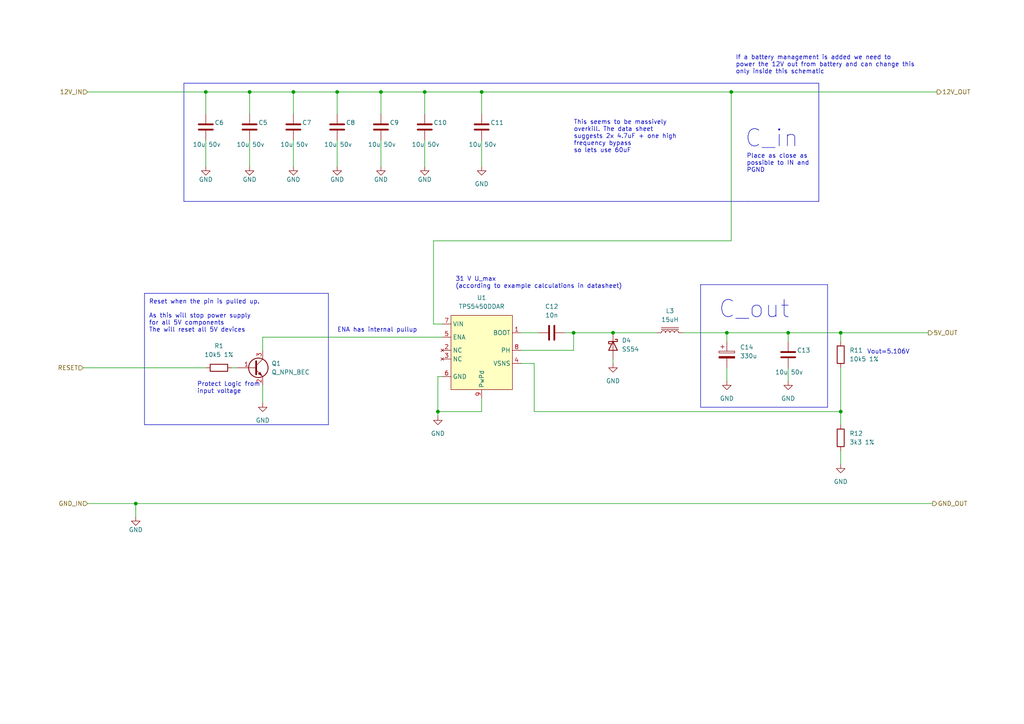
<source format=kicad_sch>
(kicad_sch (version 20230121) (generator eeschema)
  (paper "A4")
  (title_block (title "Power Supply DC DC converter (future battery controller)") (date "2022-01-08") (rev "v1"))
  (lib_symbols
    (symbol "Device:C" (pin_numbers hide) (pin_names (offset 0.254))
      (property "Reference" "C" (at 0.635 2.54 0))
      (property "Value" "C" (at 0.635 -2.54 0))
      (symbol "C_0_1"
        (polyline (pts (xy -2.032 -0.762) (xy 2.032 -0.762)) (stroke (width 0.508)))
        (polyline (pts (xy -2.032 0.762) (xy 2.032 0.762)) (stroke (width 0.508)))
      )
      (symbol "C_1_1"
        (pin passive line (at 0 3.81 270) (length 2.794) (name "~") (number "1"))
        (pin passive line (at 0 -3.81 90) (length 2.794) (name "~") (number "2"))
      )
    )
    (symbol "Device:C_Polarized" (pin_numbers hide) (pin_names (offset 0.254))
      (property "Reference" "C" (at 0.635 2.54 0))
      (property "Value" "C_Polarized" (at 0.635 -2.54 0))
      (symbol "C_Polarized_0_1"
        (rectangle (start -2.286 0.508) (end 2.286 1.016))
        (polyline (pts (xy -1.778 2.286) (xy -0.762 2.286)))
        (polyline (pts (xy -1.27 2.794) (xy -1.27 1.778)))
        (rectangle (start 2.286 -0.508) (end -2.286 -1.016) (fill (type outline)))
      )
      (symbol "C_Polarized_1_1"
        (pin passive line (at 0 3.81 270) (length 2.794) (name "~") (number "1"))
        (pin passive line (at 0 -3.81 90) (length 2.794) (name "~") (number "2"))
      )
    )
    (symbol "Device:D_Schottky" (pin_numbers hide) (pin_names (offset 1.016) hide)
      (property "Reference" "D" (at 0 2.54 0))
      (property "Value" "D_Schottky" (at 0 -2.54 0))
      (symbol "D_Schottky_0_1"
        (polyline (pts (xy 1.27 0) (xy -1.27 0)))
        (polyline (pts (xy 1.27 1.27) (xy 1.27 -1.27) (xy -1.27 0) (xy 1.27 1.27)) (stroke (width 0.254)))
        (polyline (pts (xy -1.905 0.635) (xy -1.905 1.27) (xy -1.27 1.27) (xy -1.27 -1.27) (xy -0.635 -1.27) (xy -0.635 -0.635)) (stroke (width 0.254)))
      )
      (symbol "D_Schottky_1_1"
        (pin passive line (at -3.81 0 0) (length 2.54) (name "K") (number "1"))
        (pin passive line (at 3.81 0 180) (length 2.54) (name "A") (number "2"))
      )
    )
    (symbol "Device:L_Iron" (pin_numbers hide) (pin_names (offset 1.016) hide)
      (property "Reference" "L" (at -1.27 0 90))
      (property "Value" "L_Iron" (at 2.794 0 90))
      (symbol "L_Iron_0_1"
        (arc (start 0 -2.54) (mid 0.6323 -1.905) (end 0 -1.27))
        (arc (start 0 -1.27) (mid 0.6323 -0.635) (end 0 0))
        (polyline (pts (xy 1.016 2.54) (xy 1.016 -2.54)))
        (polyline (pts (xy 1.524 -2.54) (xy 1.524 2.54)))
        (arc (start 0 0) (mid 0.6323 0.635) (end 0 1.27))
        (arc (start 0 1.27) (mid 0.6323 1.905) (end 0 2.54))
      )
      (symbol "L_Iron_1_1"
        (pin passive line (at 0 3.81 270) (length 1.27) (name "1") (number "1"))
        (pin passive line (at 0 -3.81 90) (length 1.27) (name "2") (number "2"))
      )
    )
    (symbol "Device:Q_NPN_BEC" (pin_names (offset 0) hide)
      (property "Reference" "Q" (at 5.08 1.27 0))
      (property "Value" "Q_NPN_BEC" (at 5.08 -1.27 0))
      (symbol "Q_NPN_BEC_0_1"
        (polyline (pts (xy 0.635 0.635) (xy 2.54 2.54)))
        (polyline (pts (xy 0.635 -0.635) (xy 2.54 -2.54) (xy 2.54 -2.54)))
        (polyline (pts (xy 0.635 1.905) (xy 0.635 -1.905) (xy 0.635 -1.905)) (stroke (width 0.508)))
        (polyline (pts (xy 1.27 -1.778) (xy 1.778 -1.27) (xy 2.286 -2.286) (xy 1.27 -1.778) (xy 1.27 -1.778)) (fill (type outline)))
        (circle (center 1.27 0) (radius 2.8194) (stroke (width 0.254)))
      )
      (symbol "Q_NPN_BEC_1_1"
        (pin input line (at -5.08 0 0) (length 5.715) (name "B") (number "1"))
        (pin passive line (at 2.54 -5.08 90) (length 2.54) (name "E") (number "2"))
        (pin passive line (at 2.54 5.08 270) (length 2.54) (name "C") (number "3"))
      )
    )
    (symbol "Device:R" (pin_numbers hide) (pin_names (offset 0))
      (property "Reference" "R" (at 2.032 0 90))
      (property "Value" "R" (at 0 0 90))
      (symbol "R_0_1"
        (rectangle (start -1.016 -2.54) (end 1.016 2.54) (stroke (width 0.254)))
      )
      (symbol "R_1_1"
        (pin passive line (at 0 3.81 270) (length 1.27) (name "~") (number "1"))
        (pin passive line (at 0 -3.81 90) (length 1.27) (name "~") (number "2"))
      )
    )
    (symbol "TPS5450:TPS5450DDAR"
      (property "Reference" "U" (at 0 12.7 0))
      (property "Value" "TPS5450DDAR" (at 0 0 0))
      (symbol "TPS5450DDAR_0_1"
        (rectangle (start -8.89 -10.16) (end 8.89 11.43) (fill (type background)))
      )
      (symbol "TPS5450DDAR_1_1"
        (pin passive line (at 11.43 6.35 180) (length 2.54) (name "BOOT") (number "1"))
        (pin no_connect line (at -11.43 1.27 0) (length 2.54) (name "NC") (number "2"))
        (pin no_connect line (at -11.43 -1.27 0) (length 2.54) (name "NC") (number "3"))
        (pin input line (at 11.43 -2.54 180) (length 2.54) (name "VSNS") (number "4"))
        (pin input line (at -11.43 5.08 0) (length 2.54) (name "ENA") (number "5"))
        (pin power_in line (at -11.43 -6.35 0) (length 2.54) (name "GND") (number "6"))
        (pin power_in line (at -11.43 8.89 0) (length 2.54) (name "VIN") (number "7"))
        (pin power_out line (at 11.43 1.27 180) (length 2.54) (name "PH") (number "8"))
        (pin passive line (at 0 -12.7 90) (length 2.54) (name "PwPd") (number "9"))
      )
    )
    (symbol "power:GND" (power) (pin_names (offset 0))
      (property "Value" "GND" (at 0 -3.81 0))
      (symbol "GND_0_1"
        (polyline (pts (xy 0 0) (xy 0 -1.27) (xy 1.27 -1.27) (xy 0 -2.54) (xy -1.27 -1.27) (xy 0 -1.27)))
      )
      (symbol "GND_1_1"
        (pin power_in line (at 0 0 270) (length 0) hide (name "GND") (number "1"))
      )
    )
  )
  (junction (at 127 119.38))
  (junction (at 97.79 26.67))
  (junction (at 59.69 26.67))
  (junction (at 139.7 26.67))
  (junction (at 166.37 96.52))
  (junction (at 85.09 26.67))
  (junction (at 210.82 96.52))
  (junction (at 39.37 146.05))
  (junction (at 212.09 26.67))
  (junction (at 72.39 26.67))
  (junction (at 228.6 96.52))
  (junction (at 243.84 119.38))
  (junction (at 110.49 26.67))
  (junction (at 123.19 26.67))
  (junction (at 177.8 96.52))
  (junction (at 243.84 96.52))
  (wire (pts (xy 243.84 119.38) (xy 243.84 123.19)))
  (polyline (pts (xy 203.2 118.11) (xy 240.03 118.11)))
  (polyline (pts (xy 217.17 58.42) (xy 53.34 58.42)))
  (wire (pts (xy 72.39 26.67) (xy 85.09 26.67)))
  (wire (pts (xy 212.09 26.67) (xy 271.78 26.67)))
  (wire (pts (xy 76.2 97.79) (xy 76.2 101.6)))
  (wire (pts (xy 76.2 111.76) (xy 76.2 116.84)))
  (wire (pts (xy 110.49 40.64) (xy 110.49 48.26)))
  (polyline (pts (xy 95.25 123.19) (xy 41.91 123.19)))
  (wire (pts (xy 128.27 93.98) (xy 125.73 93.98)))
  (wire (pts (xy 85.09 40.64) (xy 85.09 48.26)))
  (wire (pts (xy 59.69 26.67) (xy 59.69 33.02)))
  (wire (pts (xy 243.84 96.52) (xy 269.24 96.52)))
  (wire (pts (xy 228.6 96.52) (xy 228.6 99.06)))
  (wire (pts (xy 39.37 146.05) (xy 39.37 149.86)))
  (wire (pts (xy 243.84 106.68) (xy 243.84 119.38)))
  (polyline (pts (xy 240.03 118.11) (xy 240.03 82.55)))
  (wire (pts (xy 166.37 101.6) (xy 166.37 96.52)))
  (wire (pts (xy 59.69 40.64) (xy 59.69 48.26)))
  (wire (pts (xy 210.82 96.52) (xy 228.6 96.52)))
  (wire (pts (xy 110.49 26.67) (xy 123.19 26.67)))
  (polyline (pts (xy 237.49 24.13) (xy 237.49 58.42)))
  (wire (pts (xy 72.39 26.67) (xy 72.39 33.02)))
  (wire (pts (xy 85.09 26.67) (xy 85.09 33.02)))
  (wire (pts (xy 166.37 96.52) (xy 163.83 96.52)))
  (wire (pts (xy 151.13 96.52) (xy 156.21 96.52)))
  (wire (pts (xy 125.73 69.85) (xy 212.09 69.85)))
  (polyline (pts (xy 95.25 85.09) (xy 95.25 123.19)))
  (wire (pts (xy 97.79 40.64) (xy 97.79 48.26)))
  (wire (pts (xy 166.37 96.52) (xy 177.8 96.52)))
  (wire (pts (xy 139.7 40.64) (xy 139.7 48.26)))
  (polyline (pts (xy 217.17 58.42) (xy 237.49 58.42)))
  (wire (pts (xy 125.73 93.98) (xy 125.73 69.85)))
  (wire (pts (xy 127 119.38) (xy 139.7 119.38)))
  (wire (pts (xy 97.79 26.67) (xy 110.49 26.67)))
  (wire (pts (xy 139.7 26.67) (xy 212.09 26.67)))
  (wire (pts (xy 72.39 40.64) (xy 72.39 48.26)))
  (wire (pts (xy 154.94 119.38) (xy 243.84 119.38)))
  (wire (pts (xy 123.19 26.67) (xy 139.7 26.67)))
  (wire (pts (xy 127 119.38) (xy 127 120.65)))
  (wire (pts (xy 139.7 26.67) (xy 139.7 33.02)))
  (wire (pts (xy 151.13 101.6) (xy 166.37 101.6)))
  (wire (pts (xy 177.8 104.14) (xy 177.8 105.41)))
  (wire (pts (xy 228.6 96.52) (xy 243.84 96.52)))
  (wire (pts (xy 25.4 26.67) (xy 59.69 26.67)))
  (wire (pts (xy 59.69 26.67) (xy 72.39 26.67)))
  (wire (pts (xy 177.8 96.52) (xy 190.5 96.52)))
  (wire (pts (xy 97.79 26.67) (xy 97.79 33.02)))
  (polyline (pts (xy 53.34 24.13) (xy 237.49 24.13)))
  (wire (pts (xy 110.49 26.67) (xy 110.49 33.02)))
  (wire (pts (xy 151.13 105.41) (xy 154.94 105.41)))
  (wire (pts (xy 76.2 97.79) (xy 128.27 97.79)))
  (wire (pts (xy 198.12 96.52) (xy 210.82 96.52)))
  (wire (pts (xy 228.6 106.68) (xy 228.6 110.49)))
  (polyline (pts (xy 41.91 85.09) (xy 41.91 123.19)))
  (wire (pts (xy 243.84 130.81) (xy 243.84 134.62)))
  (wire (pts (xy 127 109.22) (xy 127 119.38)))
  (wire (pts (xy 25.4 146.05) (xy 39.37 146.05)))
  (wire (pts (xy 210.82 96.52) (xy 210.82 99.06)))
  (polyline (pts (xy 203.2 82.55) (xy 240.03 82.55)))
  (wire (pts (xy 85.09 26.67) (xy 97.79 26.67)))
  (wire (pts (xy 67.31 106.68) (xy 68.58 106.68)))
  (wire (pts (xy 139.7 115.57) (xy 139.7 119.38)))
  (wire (pts (xy 39.37 146.05) (xy 270.51 146.05)))
  (wire (pts (xy 212.09 26.67) (xy 212.09 69.85)))
  (wire (pts (xy 123.19 40.64) (xy 123.19 48.26)))
  (wire (pts (xy 127 109.22) (xy 128.27 109.22)))
  (wire (pts (xy 154.94 105.41) (xy 154.94 119.38)))
  (wire (pts (xy 24.13 106.68) (xy 59.69 106.68)))
  (polyline (pts (xy 41.91 85.09) (xy 95.25 85.09)))
  (wire (pts (xy 123.19 26.67) (xy 123.19 33.02)))
  (wire (pts (xy 243.84 96.52) (xy 243.84 99.06)))
  (wire (pts (xy 210.82 106.68) (xy 210.82 110.49)))
  (polyline (pts (xy 53.34 58.42) (xy 53.34 24.13)))
  (polyline (pts (xy 203.2 82.55) (xy 203.2 118.11)))
  (text "Place as close as\npossible to IN and\nPGND" (at 216.535 50.165 0) (effects (font (size 1.27 1.27)) (justify left bottom)))
  (text "If a battery management is added we need to\npower the 12V out from battery and can change this\nonly inside this schematic\n" (at 213.36 21.59 0) (effects (font (size 1.27 1.27)) (justify left bottom)))
  (text "ENA has internal pullup" (at 97.79 96.52 0) (effects (font (size 1.27 1.27)) (justify left bottom)))
  (text "C_out" (at 208.28 92.71 0) (effects (font (size 5 5)) (justify left bottom)))
  (text "This seems to be massively\noverkill. The data sheet\nsuggests 2x 4.7uF + one high\nfrequency bypass\nso lets use 60uF" (at 166.37 44.45 0) (effects (font (size 1.27 1.27)) (justify left bottom)))
  (text "Protect Logic from\ninput voltage" (at 57.15 114.3 0) (effects (font (size 1.27 1.27)) (justify left bottom)))
  (text "31 V U_max\n(according to example calculations in datasheet)" (at 132.08 83.82 0) (effects (font (size 1.27 1.27)) (justify left bottom)))
  (text "Reset when the pin is pulled up.\n\nAs this will stop power supply\nfor all 5V components\nThe will reset all 5V devices" (at 43.18 96.52 0) (effects (font (size 1.27 1.27)) (justify left bottom)))
  (text "Vout=5.106V" (at 251.46 102.87 0) (effects (font (size 1.27 1.27)) (justify left bottom)))
  (text "C_in" (at 215.9 43.18 0) (effects (font (size 5 5)) (justify left bottom)))
  (hierarchical_label "12V_OUT" (shape output) (at 271.78 26.67 0))
  (hierarchical_label "GND_IN" (shape input) (at 25.4 146.05 180))
  (hierarchical_label "12V_IN" (shape input) (at 25.4 26.67 180))
  (hierarchical_label "RESET" (shape input) (at 24.13 106.68 180))
  (hierarchical_label "GND_OUT" (shape output) (at 270.51 146.05 0))
  (hierarchical_label "5V_OUT" (shape output) (at 269.24 96.52 0))
  (symbol (lib_id "power:GND") (at 210.82 110.49 0) (unit 1)
    (property "Reference" "#PWR0113" (effects hide))
    (property "Value" "GND" (at 210.82 115.57 0))
  )
  (symbol (lib_id "Device:Q_NPN_BEC") (at 73.66 106.68 0) (unit 1)
    (property "Reference" "Q1" (at 78.74 105.4099 0) (effects (justify left)))
    (property "Value" "Q_NPN_BEC" (at 78.74 107.9499 0) (effects (justify left)))
    (property "Footprint" "Package_TO_SOT_SMD:SOT-23" (effects hide))
    (property "Datasheet" "https://datasheet.lcsc.com/lcsc/1810051504_Changjiang-Electronics-Tech--CJ-S9013-J3_C6749.pdf" (effects hide))
    (property "JLCPCB" "C6749" (effects hide))
    (property "Field5" "S9013 J3" (effects hide))
  )
  (symbol (lib_id "Device:C") (at 139.7 36.83 0) (unit 1)
    (property "Reference" "C11" (at 142.24 35.56 0) (effects (justify left)))
    (property "Value" "10u 50v" (at 135.89 41.91 0) (effects (justify left)))
    (property "Footprint" "Capacitor_SMD:C_0805_2012Metric" (effects hide))
    (property "Datasheet" "https://datasheet.lcsc.com/lcsc/1811121310_Samsung-Electro-Mechanics-CL21A106KAYNNNE_C15850.pdf" (effects hide))
    (property "Field5" "CL21A106KAYNNNE" (effects hide))
    (property "Field4" "jlcpcb" (effects hide))
    (property "Field6" "C15850" (effects hide))
    (property "Field7" "Samsung Electro-Mechanics" (effects hide))
    (property "Part Description" "	10uF 10% or 20% 35V Ceramic Capacitor X6S 0805 (2012 Metric)" (effects hide))
  )
  (symbol (lib_id "Device:C") (at 59.69 36.83 0) (unit 1)
    (property "Reference" "C6" (at 62.23 35.56 0) (effects (justify left)))
    (property "Value" "10u 50v" (at 55.88 41.91 0) (effects (justify left)))
    (property "Footprint" "Capacitor_SMD:C_0805_2012Metric" (effects hide))
    (property "Datasheet" "https://datasheet.lcsc.com/lcsc/1811121310_Samsung-Electro-Mechanics-CL21A106KAYNNNE_C15850.pdf" (effects hide))
    (property "Field5" "CL21A106KAYNNNE" (effects hide))
    (property "Field4" "jlcpcb" (effects hide))
    (property "Field6" "C15850" (effects hide))
    (property "Field7" "Samsung Electro-Mechanics" (effects hide))
    (property "Part Description" "	10uF 10% or 20% 35V Ceramic Capacitor X6S 0805 (2012 Metric)" (effects hide))
  )
  (symbol (lib_id "Device:C") (at 97.79 36.83 0) (unit 1)
    (property "Reference" "C8" (at 100.33 35.56 0) (effects (justify left)))
    (property "Value" "10u 50v" (at 93.98 41.91 0) (effects (justify left)))
    (property "Footprint" "Capacitor_SMD:C_0805_2012Metric" (effects hide))
    (property "Datasheet" "https://datasheet.lcsc.com/lcsc/1811121310_Samsung-Electro-Mechanics-CL21A106KAYNNNE_C15850.pdf" (effects hide))
    (property "Field5" "CL21A106KAYNNNE" (effects hide))
    (property "Field4" "jlcpcb" (effects hide))
    (property "Field6" "C15850" (effects hide))
    (property "Field7" "Samsung Electro-Mechanics" (effects hide))
    (property "Part Description" "	10uF 10% or 20% 35V Ceramic Capacitor X6S 0805 (2012 Metric)" (effects hide))
  )
  (symbol (lib_id "power:GND") (at 39.37 149.86 0) (unit 1)
    (property "Reference" "#PWR033" (effects hide))
    (property "Value" "GND" (at 39.37 153.67 0))
  )
  (symbol (lib_id "Device:R") (at 243.84 127 0) (unit 1)
    (property "Reference" "R12" (at 246.38 125.7299 0) (effects (justify left)))
    (property "Value" "3k3 1%" (at 246.38 128.2699 0) (effects (justify left)))
    (property "Footprint" "Resistor_SMD:R_0603_1608Metric" (effects hide))
    (property "Datasheet" "https://datasheet.lcsc.com/lcsc/1811101920_UNI-ROYAL-Uniroyal-Elec-0603WAF3301T5E_C22978.pdf" (effects hide))
    (property "jlcpcb" "C22978" (effects hide))
    (property "Field5" "0603WAF3301T5E" (effects hide))
  )
  (symbol (lib_id "Device:C") (at 85.09 36.83 0) (unit 1)
    (property "Reference" "C7" (at 87.63 35.56 0) (effects (justify left)))
    (property "Value" "10u 50v" (at 81.28 41.91 0) (effects (justify left)))
    (property "Footprint" "Capacitor_SMD:C_0805_2012Metric" (effects hide))
    (property "Datasheet" "https://datasheet.lcsc.com/lcsc/1811121310_Samsung-Electro-Mechanics-CL21A106KAYNNNE_C15850.pdf" (effects hide))
    (property "Field5" "CL21A106KAYNNNE" (effects hide))
    (property "Field4" "jlcpcb" (effects hide))
    (property "Field6" "C15850" (effects hide))
    (property "Field7" "Samsung Electro-Mechanics" (effects hide))
    (property "Part Description" "	10uF 10% or 20% 35V Ceramic Capacitor X6S 0805 (2012 Metric)" (effects hide))
  )
  (symbol (lib_id "power:GND") (at 76.2 116.84 0) (unit 1)
    (property "Reference" "#PWR036" (effects hide))
    (property "Value" "GND" (at 76.2 121.92 0))
  )
  (symbol (lib_id "Device:C") (at 110.49 36.83 0) (unit 1)
    (property "Reference" "C9" (at 113.03 35.56 0) (effects (justify left)))
    (property "Value" "10u 50v" (at 106.68 41.91 0) (effects (justify left)))
    (property "Footprint" "Capacitor_SMD:C_0805_2012Metric" (effects hide))
    (property "Datasheet" "https://datasheet.lcsc.com/lcsc/1811121310_Samsung-Electro-Mechanics-CL21A106KAYNNNE_C15850.pdf" (effects hide))
    (property "Field5" "CL21A106KAYNNNE" (effects hide))
    (property "Field4" "jlcpcb" (effects hide))
    (property "Field6" "C15850" (effects hide))
    (property "Field7" "Samsung Electro-Mechanics" (effects hide))
    (property "Part Description" "	10uF 10% or 20% 35V Ceramic Capacitor X6S 0805 (2012 Metric)" (effects hide))
  )
  (symbol (lib_id "TPS5450:TPS5450DDAR") (at 139.7 102.87 0) (unit 1)
    (property "Reference" "U1" (at 139.7 86.36 0))
    (property "Value" "TPS5450DDAR" (at 139.7 88.9 0))
    (property "Footprint" "TPS5450:TPS5450DDAR" (effects hide))
    (property "Datasheet" "https://datasheet.lcsc.com/lcsc/1809200042_Texas-Instruments-TPS5450DDAR_C114425.pdf" (effects hide))
  )
  (symbol (lib_id "power:GND") (at 59.69 48.26 0) (unit 1)
    (property "Reference" "#PWR034" (effects hide))
    (property "Value" "GND" (at 59.69 52.07 0))
  )
  (symbol (lib_id "Device:C") (at 160.02 96.52 90) (unit 1)
    (property "Reference" "C12" (at 160.02 88.9 90))
    (property "Value" "10n" (at 160.02 91.44 90))
    (property "Footprint" "Capacitor_SMD:C_0805_2012Metric" (effects hide))
    (property "Datasheet" "https://datasheet.lcsc.com/lcsc/1811151136_Samsung-Electro-Mechanics-CL21B103KBANNNC_C1710.pdf" (effects hide))
    (property "MFR PART NR" "CL21B103KBANNNC" (effects hide))
    (property "Field5" "Samsung Electro-Mechanics" (effects hide))
    (property "jlcpcb" "C1710" (effects hide))
  )
  (symbol (lib_id "Device:C") (at 228.6 102.87 0) (unit 1)
    (property "Reference" "C13" (at 231.14 101.6 0) (effects (justify left)))
    (property "Value" "10u 50v" (at 224.79 107.95 0) (effects (justify left)))
    (property "Footprint" "Capacitor_SMD:C_0805_2012Metric" (effects hide))
    (property "Datasheet" "https://datasheet.lcsc.com/lcsc/1811121310_Samsung-Electro-Mechanics-CL21A106KAYNNNE_C15850.pdf" (effects hide))
    (property "Field5" "CL21A106KAYNNNE" (effects hide))
    (property "Field4" "jlcpcb" (effects hide))
    (property "Field6" "C15850" (effects hide))
    (property "Field7" "Samsung Electro-Mechanics" (effects hide))
    (property "Part Description" "	10uF 10% or 20% 35V Ceramic Capacitor X6S 0805 (2012 Metric)" (effects hide))
  )
  (symbol (lib_id "Device:D_Schottky") (at 177.8 100.33 270) (unit 1)
    (property "Reference" "D4" (at 180.34 98.7424 90) (effects (justify left)))
    (property "Value" "SS54" (at 180.34 101.2824 90) (effects (justify left)))
    (property "Footprint" "Diode_SMD:D_SMA_Handsoldering" (effects hide))
    (property "Datasheet" "https://datasheet.lcsc.com/lcsc/1810192041_MDD%EF%BC%88Microdiode-Electronics%EF%BC%89-SS54_C22452.pdf" (effects hide))
    (property "JLCPCB" "SS54" (effects hide))
  )
  (symbol (lib_id "power:GND") (at 127 120.65 0) (unit 1)
    (property "Reference" "#PWR0104" (effects hide))
    (property "Value" "GND" (at 127 125.73 0))
  )
  (symbol (lib_id "Device:R") (at 243.84 102.87 0) (unit 1)
    (property "Reference" "R11" (at 246.38 101.5999 0) (effects (justify left)))
    (property "Value" "10k5 1%" (at 246.38 104.1399 0) (effects (justify left)))
    (property "Footprint" "Resistor_SMD:R_0603_1608Metric" (effects hide))
    (property "Datasheet" "https://datasheet.lcsc.com/lcsc/1811062009_UNI-ROYAL-Uniroyal-Elec-0603WAF1002T5E_C25804.pdf" (effects hide))
    (property "jlcpcb" "C25804" (effects hide))
    (property "Field5" "0603WAF1002T5E" (effects hide))
  )
  (symbol (lib_id "power:GND") (at 123.19 48.26 0) (unit 1)
    (property "Reference" "#PWR040" (effects hide))
    (property "Value" "GND" (at 123.19 52.07 0))
  )
  (symbol (lib_id "Device:C") (at 123.19 36.83 0) (unit 1)
    (property "Reference" "C10" (at 125.73 35.56 0) (effects (justify left)))
    (property "Value" "10u 50v" (at 119.38 41.91 0) (effects (justify left)))
    (property "Footprint" "Capacitor_SMD:C_0805_2012Metric" (effects hide))
    (property "Datasheet" "https://datasheet.lcsc.com/lcsc/1811121310_Samsung-Electro-Mechanics-CL21A106KAYNNNE_C15850.pdf" (effects hide))
    (property "Field5" "CL21A106KAYNNNE" (effects hide))
    (property "Field4" "jlcpcb" (effects hide))
    (property "Field6" "C15850" (effects hide))
    (property "Field7" "Samsung Electro-Mechanics" (effects hide))
    (property "Part Description" "	10uF 10% or 20% 35V Ceramic Capacitor X6S 0805 (2012 Metric)" (effects hide))
  )
  (symbol (lib_id "Device:R") (at 63.5 106.68 270) (mirror x) (unit 1)
    (property "Reference" "R1" (at 63.5 100.33 90))
    (property "Value" "10k5 1%" (at 63.5 102.87 90))
    (property "Footprint" "Resistor_SMD:R_0603_1608Metric" (effects hide))
    (property "Datasheet" "https://datasheet.lcsc.com/lcsc/1811062009_UNI-ROYAL-Uniroyal-Elec-0603WAF1002T5E_C25804.pdf" (effects hide))
    (property "jlcpcb" "C25804" (effects hide))
    (property "Field5" "0603WAF1002T5E" (effects hide))
  )
  (symbol (lib_id "Device:L_Iron") (at 194.31 96.52 90) (unit 1)
    (property "Reference" "L3" (at 194.31 90.17 90))
    (property "Value" "15uH" (at 194.31 92.71 90))
    (property "Footprint" "Inductor_SMD:L_12x12mm_H8mm" (effects hide))
    (property "Datasheet" "https://datasheet.lcsc.com/lcsc/1811111712_SXN-Shun-Xiang-Nuo-Elec-SMDRI127-150MT_C40000.pdf" (effects hide))
    (property "JLCPCB" "SMDRI127-150MT" (effects hide))
  )
  (symbol (lib_id "power:GND") (at 177.8 105.41 0) (unit 1)
    (property "Reference" "#PWR043" (effects hide))
    (property "Value" "GND" (at 177.8 110.49 0))
  )
  (symbol (lib_id "power:GND") (at 97.79 48.26 0) (unit 1)
    (property "Reference" "#PWR038" (effects hide))
    (property "Value" "GND" (at 97.79 52.07 0))
  )
  (symbol (lib_id "power:GND") (at 228.6 110.49 0) (unit 1)
    (property "Reference" "#PWR0112" (effects hide))
    (property "Value" "GND" (at 228.6 115.57 0))
  )
  (symbol (lib_id "power:GND") (at 72.39 48.26 0) (unit 1)
    (property "Reference" "#PWR035" (effects hide))
    (property "Value" "GND" (at 72.39 52.07 0))
  )
  (symbol (lib_id "power:GND") (at 110.49 48.26 0) (unit 1)
    (property "Reference" "#PWR039" (effects hide))
    (property "Value" "GND" (at 110.49 52.07 0))
  )
  (symbol (lib_id "power:GND") (at 243.84 134.62 0) (unit 1)
    (property "Reference" "#PWR0103" (effects hide))
    (property "Value" "GND" (at 243.84 139.7 0))
  )
  (symbol (lib_id "power:GND") (at 85.09 48.26 0) (unit 1)
    (property "Reference" "#PWR037" (effects hide))
    (property "Value" "GND" (at 85.09 52.07 0))
  )
  (symbol (lib_id "Device:C_Polarized") (at 210.82 102.87 0) (unit 1)
    (property "Reference" "C14" (at 214.63 100.7109 0) (effects (justify left)))
    (property "Value" "330u" (at 214.63 103.2509 0) (effects (justify left)))
    (property "Footprint" "Capacitor_Tantalum_SMD:CP_EIA-7343-15_Kemet-W_Pad2.25x2.55mm_HandSolder" (effects hide))
    (property "Datasheet" "https://datasheet.lcsc.com/lcsc/1912111437_PANASONIC-10TPB330M_C347551.pdf" (effects hide))
    (property "mainufature" "10TPB330M" (effects hide))
    (property "JLCPCB" "C347551" (effects hide))
    (property "Field6" "10V ±20% 330uF 35mΩ 100kHz -55℃~+105℃ 2917 Tantalum Capacitors ROHS" (effects hide))
  )
  (symbol (lib_id "Device:C") (at 72.39 36.83 0) (unit 1)
    (property "Reference" "C5" (at 74.93 35.56 0) (effects (justify left)))
    (property "Value" "10u 50v" (at 68.58 41.91 0) (effects (justify left)))
    (property "Footprint" "Capacitor_SMD:C_0805_2012Metric" (effects hide))
    (property "Datasheet" "https://datasheet.lcsc.com/lcsc/1811121310_Samsung-Electro-Mechanics-CL21A106KAYNNNE_C15850.pdf" (effects hide))
    (property "Field5" "CL21A106KAYNNNE" (effects hide))
    (property "Field4" "jlcpcb" (effects hide))
    (property "Field6" "C15850" (effects hide))
    (property "Field7" "Samsung Electro-Mechanics" (effects hide))
    (property "Part Description" "	10uF 10% or 20% 35V Ceramic Capacitor X6S 0805 (2012 Metric)" (effects hide))
  )
  (symbol (lib_id "power:GND") (at 139.7 48.26 0) (unit 1)
    (property "Reference" "#PWR042" (effects hide))
    (property "Value" "GND" (at 139.7 53.34 0))
  )
)
</source>
